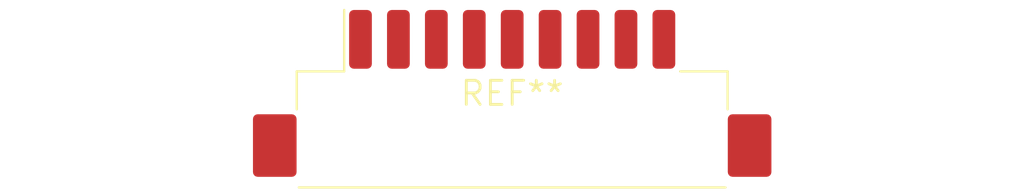
<source format=kicad_pcb>
(kicad_pcb (version 20240108) (generator pcbnew)
  (layers (0 "F.Cu" signal) (31 "B.Cu" signal) (34 "B.Paste" user) (35 "F.Paste" user) (36 "B.SilkS" user "B.Silkscreen") (37 "F.SilkS" user "F.Silkscreen") (38 "B.Mask" user) (39 "F.Mask" user) (44 "Edge.Cuts" user))
  (net 0 "")
  (footprint "Hirose_DF3EA-09P-2H_1x09-1MP_P2.00mm_Horizontal" (layer "F.Cu") (at 0 0)
    (property "Reference" "REF**")
    (property "Value" "Hirose_DF3EA-09P-2H_1x09-1MP_P2.00mm_Horizontal")
    (fp_line (start -11.36 -1.16) (end -8.86 -1.16) (layer "F.SilkS") (stroke (width 0.12)))
    (fp_line (start -11.36 0.84) (end -11.36 -1.16) (layer "F.SilkS") (stroke (width 0.12)))
    (fp_line (start -11.25 4.96) (end 11.25 4.96) (layer "F.SilkS") (stroke (width 0.12)))
    (fp_line (start -8.86 -1.16) (end -8.86 -4.4) (layer "F.SilkS") (stroke (width 0.12)))
    (fp_line (start 11.36 -1.16) (end 8.86 -1.16) (layer "F.SilkS") (stroke (width 0.12)))
    (fp_line (start 11.36 0.84) (end 11.36 -1.16) (layer "F.SilkS") (stroke (width 0.12)))
    (pad "1" smd roundrect (at -8 -2.85) (size 1.2 3.1) (layers "F.Cu" "F.Paste" "F.Mask") (roundrect_rratio 0.208333))
    (pad "2" smd roundrect (at -6 -2.85) (size 1.2 3.1) (layers "F.Cu" "F.Paste" "F.Mask") (roundrect_rratio 0.208333))
    (pad "3" smd roundrect (at -4 -2.85) (size 1.2 3.1) (layers "F.Cu" "F.Paste" "F.Mask") (roundrect_rratio 0.208333))
    (pad "4" smd roundrect (at -2 -2.85) (size 1.2 3.1) (layers "F.Cu" "F.Paste" "F.Mask") (roundrect_rratio 0.208333))
    (pad "5" smd roundrect (at 0 -2.85) (size 1.2 3.1) (layers "F.Cu" "F.Paste" "F.Mask") (roundrect_rratio 0.208333))
    (pad "6" smd roundrect (at 2 -2.85) (size 1.2 3.1) (layers "F.Cu" "F.Paste" "F.Mask") (roundrect_rratio 0.208333))
    (pad "7" smd roundrect (at 4 -2.85) (size 1.2 3.1) (layers "F.Cu" "F.Paste" "F.Mask") (roundrect_rratio 0.208333))
    (pad "8" smd roundrect (at 6 -2.85) (size 1.2 3.1) (layers "F.Cu" "F.Paste" "F.Mask") (roundrect_rratio 0.208333))
    (pad "9" smd roundrect (at 8 -2.85) (size 1.2 3.1) (layers "F.Cu" "F.Paste" "F.Mask") (roundrect_rratio 0.208333))
    (pad "MP" smd roundrect (at -12.52 2.75) (size 2.3 3.3) (layers "F.Cu" "F.Paste" "F.Mask") (roundrect_rratio 0.108696))
    (pad "MP" smd roundrect (at 12.52 2.75) (size 2.3 3.3) (layers "F.Cu" "F.Paste" "F.Mask") (roundrect_rratio 0.108696))
  )
)
</source>
